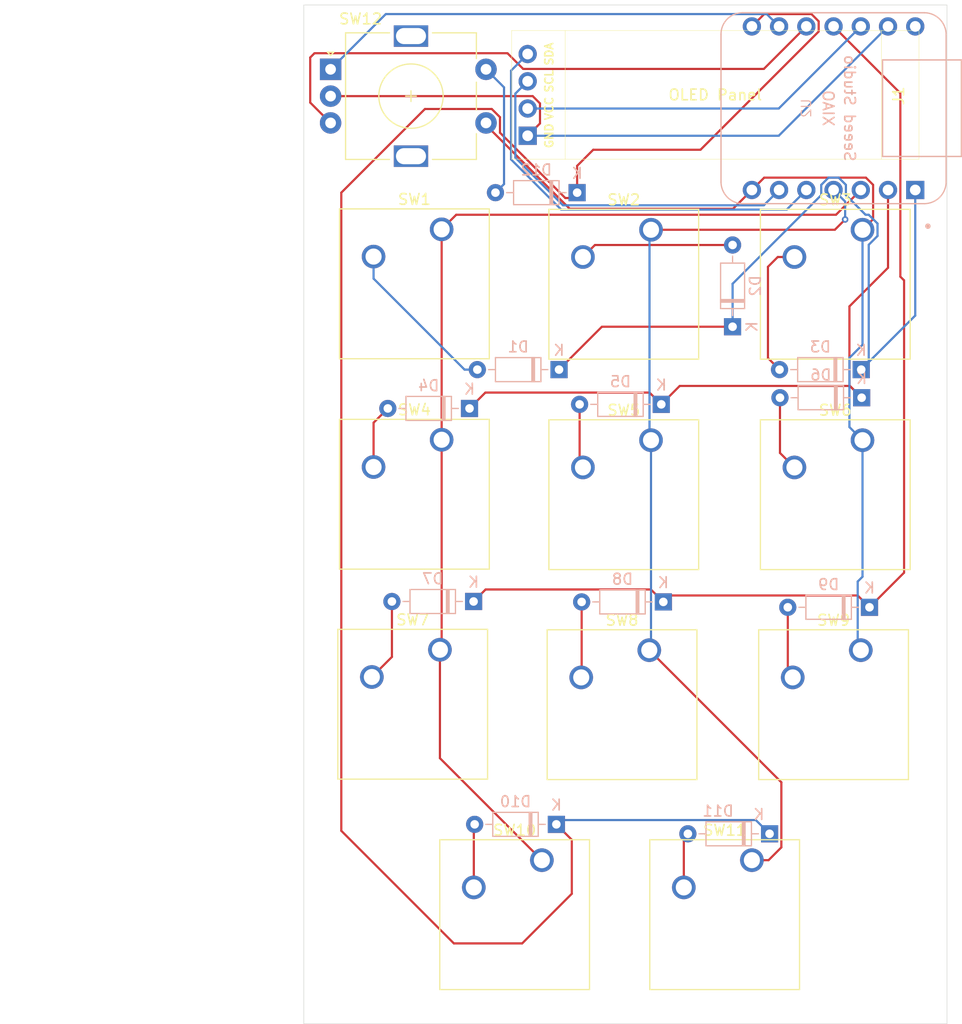
<source format=kicad_pcb>
(kicad_pcb (version 20240108) (generator "pcbnew") (generator_version "8.0")
  (layers (0 "F.Cu" signal) (31 "B.Cu" signal) (34 "B.Paste" user) (35 "F.Paste" user) (36 "B.SilkS" user "B.Silkscreen") (37 "F.SilkS" user "F.Silkscreen") (38 "B.Mask" user) (39 "F.Mask" user) (44 "Edge.Cuts" user))
  (net 0 "")
  (net 1 "Col2")
  (net 2 "Net-(D1-A)")
  (net 3 "Row2")
  (net 4 "Col0")
  (net 5 "Net-(D2-A)")
  (net 6 "Net-(D3-A)")
  (net 7 "Net-(D4-A)")
  (net 8 "Net-(D5-A)")
  (net 9 "Net-(D6-A)")
  (net 10 "Net-(D7-A)")
  (net 11 "Net-(D8-A)")
  (net 12 "Net-(D9-A)")
  (net 13 "Net-(D10-A)")
  (net 14 "Net-(D11-A)")
  (net 15 "SDA")
  (net 16 "SCL")
  (net 17 "+3.3V")
  (net 18 "GND")
  (net 19 "Net-(D12-A)")
  (net 20 "Col1")
  (net 21 "ENC2")
  (net 22 "ENC1")
  (net 23 "+5V")
  (net 24 "Row0")
  (net 25 "Row1")
  (net 26 "Row3")
  (footprint "Button_Switch_Keyboard:SW_Cherry_MX_1.00u_PCB" (layer "F.Cu") (at 171.96 100.16)
    (property "Reference" "SW9" (at -2.54 -2.794 0) (layer "F.SilkS"))
    (property "Value" "SW_Push")
    (fp_line (start -9.525 -1.905) (end 4.445 -1.905) (stroke (width 0.12)) (layer "F.SilkS"))
    (fp_line (start -9.525 12.065) (end -9.525 -1.905) (stroke (width 0.12)) (layer "F.SilkS"))
    (fp_line (start 4.445 -1.905) (end 4.445 12.065) (stroke (width 0.12)) (layer "F.SilkS"))
    (fp_line (start 4.445 12.065) (end -9.525 12.065) (stroke (width 0.12)) (layer "F.SilkS"))
    (pad "" np_thru_hole circle (at -7.62 5.08) (size 1.7 1.7) (drill 1.7) (layers "*.Cu" "*.Mask"))
    (pad "" np_thru_hole circle (at -2.54 5.08) (size 4 4) (drill 4) (layers "*.Cu" "*.Mask"))
    (pad "" np_thru_hole circle (at 2.54 5.08) (size 1.7 1.7) (drill 1.7) (layers "*.Cu" "*.Mask"))
    (pad "1" thru_hole circle (at 0 0) (size 2.2 2.2) (drill 1.5) (layers "*.Cu" "*.Mask") (net 1 "Col2"))
    (pad "2" thru_hole circle (at -6.35 2.54) (size 2.2 2.2) (drill 1.5) (layers "*.Cu" "*.Mask") (net 12 "Net-(D9-A)"))
  )
  (footprint "KiCad-SSD1306-0.91-OLED-4pin-128x32.pretty-master:SSD1306-0.91-OLED-4pin-128x32" (layer "F.Cu") (at 177.385 54.385 180)
    (property "Reference" "J1" (at 1.9 5.91 90) (layer "F.SilkS"))
    (property "Value" "OLED")
    (fp_line (start 38 12) (end 38 0) (stroke (width 0.04)) (layer "F.SilkS"))
    (fp_line (start 38 0) (end 0 0) (stroke (width 0.04)) (layer "F.SilkS"))
    (fp_line (start 33 0) (end 33 12) (stroke (width 0.04)) (layer "F.SilkS"))
    (fp_line (start 3.5 0) (end 3.5 12) (stroke (width 0.04)) (layer "F.SilkS"))
    (fp_line (start 0 12) (end 38 12) (stroke (width 0.04)) (layer "F.SilkS"))
    (fp_line (start 0 0) (end 0 12) (stroke (width 0.04)) (layer "F.SilkS"))
    (fp_text user "SCL" (at 34.5 7.27 90) (layer "F.SilkS") (effects (font (size 0.75 0.75))))
    (fp_text user "VCC" (at 34.5 4.73 90) (layer "F.SilkS") (effects (font (size 0.75 0.75))))
    (fp_text user "GND" (at 34.5 2.19 90) (layer "F.SilkS") (effects (font (size 0.75 0.75))))
    (fp_text user "OLED Panel" (at 19 6 0) (layer "F.SilkS"))
    (fp_text user "SDA" (at 34.5 9.81 90) (layer "F.SilkS") (effects (font (size 0.75 0.75))))
    (pad "1" thru_hole rect (at 36.5 2.19 180) (size 1.7 1.7) (drill 1) (layers "*.Cu" "*.Mask") (net 18 "GND"))
    (pad "2" thru_hole oval (at 36.5 4.73 180) (size 1.7 1.7) (drill 1) (layers "*.Cu" "*.Mask") (net 17 "+3.3V"))
    (pad "3" thru_hole oval (at 36.5 7.27 180) (size 1.7 1.7) (drill 1) (layers "*.Cu" "*.Mask") (net 16 "SCL"))
    (pad "4" thru_hole oval (at 36.5 9.81 180) (size 1.7 1.7) (drill 1) (layers "*.Cu" "*.Mask") (net 15 "SDA"))
  )
  (footprint "Button_Switch_Keyboard:SW_Cherry_MX_1.00u_PCB" (layer "F.Cu") (at 172.12 80.58)
    (property "Reference" "SW6" (at -2.54 -2.794 0) (layer "F.SilkS"))
    (property "Value" "SW_Push")
    (fp_line (start -9.525 -1.905) (end 4.445 -1.905) (stroke (width 0.12)) (layer "F.SilkS"))
    (fp_line (start -9.525 12.065) (end -9.525 -1.905) (stroke (width 0.12)) (layer "F.SilkS"))
    (fp_line (start 4.445 -1.905) (end 4.445 12.065) (stroke (width 0.12)) (layer "F.SilkS"))
    (fp_line (start 4.445 12.065) (end -9.525 12.065) (stroke (width 0.12)) (layer "F.SilkS"))
    (pad "" np_thru_hole circle (at -7.62 5.08) (size 1.7 1.7) (drill 1.7) (layers "*.Cu" "*.Mask"))
    (pad "" np_thru_hole circle (at -2.54 5.08) (size 4 4) (drill 4) (layers "*.Cu" "*.Mask"))
    (pad "" np_thru_hole circle (at 2.54 5.08) (size 1.7 1.7) (drill 1.7) (layers "*.Cu" "*.Mask"))
    (pad "1" thru_hole circle (at 0 0) (size 2.2 2.2) (drill 1.5) (layers "*.Cu" "*.Mask") (net 1 "Col2"))
    (pad "2" thru_hole circle (at -6.35 2.54) (size 2.2 2.2) (drill 1.5) (layers "*.Cu" "*.Mask") (net 9 "Net-(D6-A)"))
  )
  (footprint "Button_Switch_Keyboard:SW_Cherry_MX_1.00u_PCB" (layer "F.Cu") (at 152.39 80.58)
    (property "Reference" "SW5" (at -2.54 -2.794 0) (layer "F.SilkS"))
    (property "Value" "SW_Push")
    (fp_line (start -9.525 -1.905) (end 4.445 -1.905) (stroke (width 0.12)) (layer "F.SilkS"))
    (fp_line (start -9.525 12.065) (end -9.525 -1.905) (stroke (width 0.12)) (layer "F.SilkS"))
    (fp_line (start 4.445 -1.905) (end 4.445 12.065) (stroke (width 0.12)) (layer "F.SilkS"))
    (fp_line (start 4.445 12.065) (end -9.525 12.065) (stroke (width 0.12)) (layer "F.SilkS"))
    (pad "" np_thru_hole circle (at -7.62 5.08) (size 1.7 1.7) (drill 1.7) (layers "*.Cu" "*.Mask"))
    (pad "" np_thru_hole circle (at -2.54 5.08) (size 4 4) (drill 4) (layers "*.Cu" "*.Mask"))
    (pad "" np_thru_hole circle (at 2.54 5.08) (size 1.7 1.7) (drill 1.7) (layers "*.Cu" "*.Mask"))
    (pad "1" thru_hole circle (at 0 0) (size 2.2 2.2) (drill 1.5) (layers "*.Cu" "*.Mask") (net 20 "Col1"))
    (pad "2" thru_hole circle (at -6.35 2.54) (size 2.2 2.2) (drill 1.5) (layers "*.Cu" "*.Mask") (net 8 "Net-(D5-A)"))
  )
  (footprint "Button_Switch_Keyboard:SW_Cherry_MX_1.00u_PCB" (layer "F.Cu") (at 142.21 119.74)
    (property "Reference" "SW10" (at -2.54 -2.794 0) (layer "F.SilkS"))
    (property "Value" "SW_Push")
    (fp_line (start -9.525 -1.905) (end 4.445 -1.905) (stroke (width 0.12)) (layer "F.SilkS"))
    (fp_line (start -9.525 12.065) (end -9.525 -1.905) (stroke (width 0.12)) (layer "F.SilkS"))
    (fp_line (start 4.445 -1.905) (end 4.445 12.065) (stroke (width 0.12)) (layer "F.SilkS"))
    (fp_line (start 4.445 12.065) (end -9.525 12.065) (stroke (width 0.12)) (layer "F.SilkS"))
    (pad "" np_thru_hole circle (at -7.62 5.08) (size 1.7 1.7) (drill 1.7) (layers "*.Cu" "*.Mask"))
    (pad "" np_thru_hole circle (at -2.54 5.08) (size 4 4) (drill 4) (layers "*.Cu" "*.Mask"))
    (pad "" np_thru_hole circle (at 2.54 5.08) (size 1.7 1.7) (drill 1.7) (layers "*.Cu" "*.Mask"))
    (pad "1" thru_hole circle (at 0 0) (size 2.2 2.2) (drill 1.5) (layers "*.Cu" "*.Mask") (net 4 "Col0"))
    (pad "2" thru_hole circle (at -6.35 2.54) (size 2.2 2.2) (drill 1.5) (layers "*.Cu" "*.Mask") (net 13 "Net-(D10-A)"))
  )
  (footprint "Button_Switch_Keyboard:SW_Cherry_MX_1.00u_PCB" (layer "F.Cu") (at 132.86 80.54)
    (property "Reference" "SW4" (at -2.54 -2.794 0) (layer "F.SilkS"))
    (property "Value" "SW_Push")
    (fp_line (start -9.525 -1.905) (end 4.445 -1.905) (stroke (width 0.12)) (layer "F.SilkS"))
    (fp_line (start -9.525 12.065) (end -9.525 -1.905) (stroke (width 0.12)) (layer "F.SilkS"))
    (fp_line (start 4.445 -1.905) (end 4.445 12.065) (stroke (width 0.12)) (layer "F.SilkS"))
    (fp_line (start 4.445 12.065) (end -9.525 12.065) (stroke (width 0.12)) (layer "F.SilkS"))
    (pad "" np_thru_hole circle (at -7.62 5.08) (size 1.7 1.7) (drill 1.7) (layers "*.Cu" "*.Mask"))
    (pad "" np_thru_hole circle (at -2.54 5.08) (size 4 4) (drill 4) (layers "*.Cu" "*.Mask"))
    (pad "" np_thru_hole circle (at 2.54 5.08) (size 1.7 1.7) (drill 1.7) (layers "*.Cu" "*.Mask"))
    (pad "1" thru_hole circle (at 0 0) (size 2.2 2.2) (drill 1.5) (layers "*.Cu" "*.Mask") (net 4 "Col0"))
    (pad "2" thru_hole circle (at -6.35 2.54) (size 2.2 2.2) (drill 1.5) (layers "*.Cu" "*.Mask") (net 7 "Net-(D4-A)"))
  )
  (footprint "Button_Switch_Keyboard:SW_Cherry_MX_1.00u_PCB" (layer "F.Cu") (at 172.12 60.96)
    (property "Reference" "SW3" (at -2.54 -2.794 0) (layer "F.SilkS"))
    (property "Value" "SW_Push")
    (fp_line (start -9.525 -1.905) (end 4.445 -1.905) (stroke (width 0.12)) (layer "F.SilkS"))
    (fp_line (start -9.525 12.065) (end -9.525 -1.905) (stroke (width 0.12)) (layer "F.SilkS"))
    (fp_line (start 4.445 -1.905) (end 4.445 12.065) (stroke (width 0.12)) (layer "F.SilkS"))
    (fp_line (start 4.445 12.065) (end -9.525 12.065) (stroke (width 0.12)) (layer "F.SilkS"))
    (pad "" np_thru_hole circle (at -7.62 5.08) (size 1.7 1.7) (drill 1.7) (layers "*.Cu" "*.Mask"))
    (pad "" np_thru_hole circle (at -2.54 5.08) (size 4 4) (drill 4) (layers "*.Cu" "*.Mask"))
    (pad "" np_thru_hole circle (at 2.54 5.08) (size 1.7 1.7) (drill 1.7) (layers "*.Cu" "*.Mask"))
    (pad "1" thru_hole circle (at 0 0) (size 2.2 2.2) (drill 1.5) (layers "*.Cu" "*.Mask") (net 1 "Col2"))
    (pad "2" thru_hole circle (at -6.35 2.54) (size 2.2 2.2) (drill 1.5) (layers "*.Cu" "*.Mask") (net 6 "Net-(D3-A)"))
  )
  (footprint "Button_Switch_Keyboard:SW_Cherry_MX_1.00u_PCB" (layer "F.Cu") (at 132.86 60.92)
    (property "Reference" "SW1" (at -2.54 -2.794 0) (layer "F.SilkS"))
    (property "Value" "SW_Push")
    (fp_line (start -9.525 -1.905) (end 4.445 -1.905) (stroke (width 0.12)) (layer "F.SilkS"))
    (fp_line (start -9.525 12.065) (end -9.525 -1.905) (stroke (width 0.12)) (layer "F.SilkS"))
    (fp_line (start 4.445 -1.905) (end 4.445 12.065) (stroke (width 0.12)) (layer "F.SilkS"))
    (fp_line (start 4.445 12.065) (end -9.525 12.065) (stroke (width 0.12)) (layer "F.SilkS"))
    (pad "" np_thru_hole circle (at -7.62 5.08) (size 1.7 1.7) (drill 1.7) (layers "*.Cu" "*.Mask"))
    (pad "" np_thru_hole circle (at -2.54 5.08) (size 4 4) (drill 4) (layers "*.Cu" "*.Mask"))
    (pad "" np_thru_hole circle (at 2.54 5.08) (size 1.7 1.7) (drill 1.7) (layers "*.Cu" "*.Mask"))
    (pad "1" thru_hole circle (at 0 0) (size 2.2 2.2) (drill 1.5) (layers "*.Cu" "*.Mask") (net 4 "Col0"))
    (pad "2" thru_hole circle (at -6.35 2.54) (size 2.2 2.2) (drill 1.5) (layers "*.Cu" "*.Mask") (net 2 "Net-(D1-A)"))
  )
  (footprint "Button_Switch_Keyboard:SW_Cherry_MX_1.00u_PCB" (layer "F.Cu") (at 132.7 100.12)
    (property "Reference" "SW7" (at -2.54 -2.794 0) (layer "F.SilkS"))
    (property "Value" "SW_Push")
    (fp_line (start -9.525 -1.905) (end 4.445 -1.905) (stroke (width 0.12)) (layer "F.SilkS"))
    (fp_line (start -9.525 12.065) (end -9.525 -1.905) (stroke (width 0.12)) (layer "F.SilkS"))
    (fp_line (start 4.445 -1.905) (end 4.445 12.065) (stroke (width 0.12)) (layer "F.SilkS"))
    (fp_line (start 4.445 12.065) (end -9.525 12.065) (stroke (width 0.12)) (layer "F.SilkS"))
    (pad "" np_thru_hole circle (at -7.62 5.08) (size 1.7 1.7) (drill 1.7) (layers "*.Cu" "*.Mask"))
    (pad "" np_thru_hole circle (at -2.54 5.08) (size 4 4) (drill 4) (layers "*.Cu" "*.Mask"))
    (pad "" np_thru_hole circle (at 2.54 5.08) (size 1.7 1.7) (drill 1.7) (layers "*.Cu" "*.Mask"))
    (pad "1" thru_hole circle (at 0 0) (size 2.2 2.2) (drill 1.5) (layers "*.Cu" "*.Mask") (net 4 "Col0"))
    (pad "2" thru_hole circle (at -6.35 2.54) (size 2.2 2.2) (drill 1.5) (layers "*.Cu" "*.Mask") (net 10 "Net-(D7-A)"))
  )
  (footprint "Button_Switch_Keyboard:SW_Cherry_MX_1.00u_PCB" (layer "F.Cu") (at 152.39 60.96)
    (property "Reference" "SW2" (at -2.54 -2.794 0) (layer "F.SilkS"))
    (property "Value" "SW_Push")
    (fp_line (start -9.525 -1.905) (end 4.445 -1.905) (stroke (width 0.12)) (layer "F.SilkS"))
    (fp_line (start -9.525 12.065) (end -9.525 -1.905) (stroke (width 0.12)) (layer "F.SilkS"))
    (fp_line (start 4.445 -1.905) (end 4.445 12.065) (stroke (width 0.12)) (layer "F.SilkS"))
    (fp_line (start 4.445 12.065) (end -9.525 12.065) (stroke (width 0.12)) (layer "F.SilkS"))
    (pad "" np_thru_hole circle (at -7.62 5.08) (size 1.7 1.7) (drill 1.7) (layers "*.Cu" "*.Mask"))
    (pad "" np_thru_hole circle (at -2.54 5.08) (size 4 4) (drill 4) (layers "*.Cu" "*.Mask"))
    (pad "" np_thru_hole circle (at 2.54 5.08) (size 1.7 1.7) (drill 1.7) (layers "*.Cu" "*.Mask"))
    (pad "1" thru_hole circle (at 0 0) (size 2.2 2.2) (drill 1.5) (layers "*.Cu" "*.Mask") (net 20 "Col1"))
    (pad "2" thru_hole circle (at -6.35 2.54) (size 2.2 2.2) (drill 1.5) (layers "*.Cu" "*.Mask") (net 5 "Net-(D2-A)"))
  )
  (footprint "Button_Switch_Keyboard:SW_Cherry_MX_1.00u_PCB" (layer "F.Cu") (at 152.23 100.16)
    (property "Reference" "SW8" (at -2.54 -2.794 0) (layer "F.SilkS"))
    (property "Value" "SW_Push")
    (fp_line (start -9.525 -1.905) (end 4.445 -1.905) (stroke (width 0.12)) (layer "F.SilkS"))
    (fp_line (start -9.525 12.065) (end -9.525 -1.905) (stroke (width 0.12)) (layer "F.SilkS"))
    (fp_line (start 4.445 -1.905) (end 4.445 12.065) (stroke (width 0.12)) (layer "F.SilkS"))
    (fp_line (start 4.445 12.065) (end -9.525 12.065) (stroke (width 0.12)) (layer "F.SilkS"))
    (pad "" np_thru_hole circle (at -7.62 5.08) (size 1.7 1.7) (drill 1.7) (layers "*.Cu" "*.Mask"))
    (pad "" np_thru_hole circle (at -2.54 5.08) (size 4 4) (drill 4) (layers "*.Cu" "*.Mask"))
    (pad "" np_thru_hole circle (at 2.54 5.08) (size 1.7 1.7) (drill 1.7) (layers "*.Cu" "*.Mask"))
    (pad "1" thru_hole circle (at 0 0) (size 2.2 2.2) (drill 1.5) (layers "*.Cu" "*.Mask") (net 20 "Col1"))
    (pad "2" thru_hole circle (at -6.35 2.54) (size 2.2 2.2) (drill 1.5) (layers "*.Cu" "*.Mask") (net 11 "Net-(D8-A)"))
  )
  (footprint "Rotary_Encoder:RotaryEncoder_Alps_EC11E-Switch_Vertical_H20mm" (layer "F.Cu") (at 122.5 46)
    (property "Reference" "SW12" (at 2.8 -4.7 0) (layer "F.SilkS"))
    (property "Value" "RotaryEncoder_Switch")
    (fp_line (start -0.3 -1.6) (end 0.3 -1.6) (stroke (width 0.12)) (layer "F.SilkS"))
    (fp_line (start 0 -1.3) (end -0.3 -1.6) (stroke (width 0.12)) (layer "F.SilkS"))
    (fp_line (start 0.3 -1.6) (end 0 -1.3) (stroke (width 0.12)) (layer "F.SilkS"))
    (fp_line (start 1.4 -3.4) (end 1.4 8.4) (stroke (width 0.12)) (layer "F.SilkS"))
    (fp_line (start 5.5 -3.4) (end 1.4 -3.4) (stroke (width 0.12)) (layer "F.SilkS"))
    (fp_line (start 5.5 8.4) (end 1.4 8.4) (stroke (width 0.12)) (layer "F.SilkS"))
    (fp_line (start 7 2.5) (end 8 2.5) (stroke (width 0.12)) (layer "F.SilkS"))
    (fp_line (start 7.5 2) (end 7.5 3) (stroke (width 0.12)) (layer "F.SilkS"))
    (fp_line (start 9.5 -3.4) (end 13.6 -3.4) (stroke (width 0.12)) (layer "F.SilkS"))
    (fp_line (start 13.6 -3.4) (end 13.6 -1) (stroke (width 0.12)) (layer "F.SilkS"))
    (fp_line (start 13.6 1.2) (end 13.6 3.8) (stroke (width 0.12)) (layer "F.SilkS"))
    (fp_line (start 13.6 6) (end 13.6 8.4) (stroke (width 0.12)) (layer "F.SilkS"))
    (fp_line (start 13.6 8.4) (end 9.5 8.4) (stroke (width 0.12)) (layer "F.SilkS"))
    (fp_circle (center 7.5 2.5) (end 10.5 2.5) (stroke (width 0.12)) (fill none) (layer "F.SilkS"))
    (pad "A" thru_hole rect (at 0 0) (size 2 2) (drill 1) (layers "*.Cu" "*.Mask") (net 22 "ENC1"))
    (pad "B" thru_hole circle (at 0 5) (size 2 2) (drill 1) (layers "*.Cu" "*.Mask") (net 21 "ENC2"))
    (pad "C" thru_hole circle (at 0 2.5) (size 2 2) (drill 1) (layers "*.Cu" "*.Mask") (net 18 "GND"))
    (pad "MP" thru_hole rect (at 7.5 -3.1) (size 3.2 2) (drill oval 2.8 1.5) (layers "*.Cu" "*.Mask"))
    (pad "MP" thru_hole rect (at 7.5 8.1) (size 3.2 2) (drill oval 2.8 1.5) (layers "*.Cu" "*.Mask"))
    (pad "S1" thru_hole circle (at 14.5 5) (size 2 2) (drill 1) (layers "*.Cu" "*.Mask") (net 1 "Col2"))
    (pad "S2" thru_hole circle (at 14.5 0) (size 2 2) (drill 1) (layers "*.Cu" "*.Mask") (net 19 "Net-(D12-A)"))
  )
  (footprint "Button_Switch_Keyboard:SW_Cherry_MX_1.00u_PCB" (layer "F.Cu") (at 161.8 119.74)
    (property "Reference" "SW11" (at -2.54 -2.794 0) (layer "F.SilkS"))
    (property "Value" "SW_Push")
    (fp_line (start -9.525 -1.905) (end 4.445 -1.905) (stroke (width 0.12)) (layer "F.SilkS"))
    (fp_line (start -9.525 12.065) (end -9.525 -1.905) (stroke (width 0.12)) (layer "F.SilkS"))
    (fp_line (start 4.445 -1.905) (end 4.445 12.065) (stroke (width 0.12)) (layer "F.SilkS"))
    (fp_line (start 4.445 12.065) (end -9.525 12.065) (stroke (width 0.12)) (layer "F.SilkS"))
    (pad "" np_thru_hole circle (at -7.62 5.08) (size 1.7 1.7) (drill 1.7) (layers "*.Cu" "*.Mask"))
    (pad "" np_thru_hole circle (at -2.54 5.08) (size 4 4) (drill 4) (layers "*.Cu" "*.Mask"))
    (pad "" np_thru_hole circle (at 2.54 5.08) (size 1.7 1.7) (drill 1.7) (layers "*.Cu" "*.Mask"))
    (pad "1" thru_hole circle (at 0 0) (size 2.2 2.2) (drill 1.5) (layers "*.Cu" "*.Mask") (net 20 "Col1"))
    (pad "2" thru_hole circle (at -6.35 2.54) (size 2.2 2.2) (drill 1.5) (layers "*.Cu" "*.Mask") (net 14 "Net-(D11-A)"))
  )
  (footprint "Diode_THT:D_DO-35_SOD27_P7.62mm_Horizontal" (layer "B.Cu") (at 153.54 95.66 180)
    (property "Reference" "D8" (at 3.81 2.12 0) (layer "B.SilkS") (effects (justify mirror)))
    (property "Value" "D")
    (fp_line (start 5.93 1.12) (end 5.93 -1.12) (stroke (width 0.12)) (layer "B.SilkS"))
    (fp_line (start 5.93 0) (end 6.58 0) (stroke (width 0.12)) (layer "B.SilkS"))
    (fp_line (start 5.93 -1.12) (end 1.69 -1.12) (stroke (width 0.12)) (layer "B.SilkS"))
    (fp_line (start 2.53 -1.12) (end 2.53 1.12) (stroke (width 0.12)) (layer "B.SilkS"))
    (fp_line (start 2.41 -1.12) (end 2.41 1.12) (stroke (width 0.12)) (layer "B.SilkS"))
    (fp_line (start 2.29 -1.12) (end 2.29 1.12) (stroke (width 0.12)) (layer "B.SilkS"))
    (fp_line (start 1.69 1.12) (end 5.93 1.12) (stroke (width 0.12)) (layer "B.SilkS"))
    (fp_line (start 1.69 0) (end 1.04 0) (stroke (width 0.12)) (layer "B.SilkS"))
    (fp_line (start 1.69 -1.12) (end 1.69 1.12) (stroke (width 0.12)) (layer "B.SilkS"))
    (fp_text user "K" (at 0 1.8 0) (layer "B.SilkS") (effects (justify mirror)))
    (pad "1" thru_hole rect (at 0 0 180) (size 1.6 1.6) (drill 0.8) (layers "*.Cu" "*.Mask") (net 3 "Row2"))
    (pad "2" thru_hole oval (at 7.62 0 180) (size 1.6 1.6) (drill 0.8) (layers "*.Cu" "*.Mask") (net 11 "Net-(D8-A)"))
  )
  (footprint "Diode_THT:D_DO-35_SOD27_P7.62mm_Horizontal" (layer "B.Cu") (at 172.04 76.62 180)
    (property "Reference" "D6" (at 3.81 2.12 0) (layer "B.SilkS") (effects (justify mirror)))
    (property "Value" "D")
    (fp_line (start 5.93 1.12) (end 5.93 -1.12) (stroke (width 0.12)) (layer "B.SilkS"))
    (fp_line (start 5.93 0) (end 6.58 0) (stroke (width 0.12)) (layer "B.SilkS"))
    (fp_line (start 5.93 -1.12) (end 1.69 -1.12) (stroke (width 0.12)) (layer "B.SilkS"))
    (fp_line (start 2.53 -1.12) (end 2.53 1.12) (stroke (width 0.12)) (layer "B.SilkS"))
    (fp_line (start 2.41 -1.12) (end 2.41 1.12) (stroke (width 0.12)) (layer "B.SilkS"))
    (fp_line (start 2.29 -1.12) (end 2.29 1.12) (stroke (width 0.12)) (layer "B.SilkS"))
    (fp_line (start 1.69 1.12) (end 5.93 1.12) (stroke (width 0.12)) (layer "B.SilkS"))
    (fp_line (start 1.69 0) (end 1.04 0) (stroke (width 0.12)) (layer "B.SilkS"))
    (fp_line (start 1.69 -1.12) (end 1.69 1.12) (stroke (width 0.12)) (layer "B.SilkS"))
    (fp_text user "K" (at 0 1.8 0) (layer "B.SilkS") (effects (justify mirror)))
    (pad "1" thru_hole rect (at 0 0 180) (size 1.6 1.6) (drill 0.8) (layers "*.Cu" "*.Mask") (net 25 "Row1"))
    (pad "2" thru_hole oval (at 7.62 0 180) (size 1.6 1.6) (drill 0.8) (layers "*.Cu" "*.Mask") (net 9 "Net-(D6-A)"))
  )
  (footprint "Diode_THT:D_DO-35_SOD27_P7.62mm_Horizontal" (layer "B.Cu") (at 172 74 180)
    (property "Reference" "D3" (at 3.81 2.12 0) (layer "B.SilkS") (effects (justify mirror)))
    (property "Value" "D")
    (fp_line (start 5.93 1.12) (end 5.93 -1.12) (stroke (width 0.12)) (layer "B.SilkS"))
    (fp_line (start 5.93 0) (end 6.58 0) (stroke (width 0.12)) (layer "B.SilkS"))
    (fp_line (start 5.93 -1.12) (end 1.69 -1.12) (stroke (width 0.12)) (layer "B.SilkS"))
    (fp_line (start 2.53 -1.12) (end 2.53 1.12) (stroke (width 0.12)) (layer "B.SilkS"))
    (fp_line (start 2.41 -1.12) (end 2.41 1.12) (stroke (width 0.12)) (layer "B.SilkS"))
    (fp_line (start 2.29 -1.12) (end 2.29 1.12) (stroke (width 0.12)) (layer "B.SilkS"))
    (fp_line (start 1.69 1.12) (end 5.93 1.12) (stroke (width 0.12)) (layer "B.SilkS"))
    (fp_line (start 1.69 0) (end 1.04 0) (stroke (width 0.12)) (layer "B.SilkS"))
    (fp_line (start 1.69 -1.12) (end 1.69 1.12) (stroke (width 0.12)) (layer "B.SilkS"))
    (fp_text user "K" (at 0 1.8 0) (layer "B.SilkS") (effects (justify mirror)))
    (pad "1" thru_hole rect (at 0 0 180) (size 1.6 1.6) (drill 0.8) (layers "*.Cu" "*.Mask") (net 24 "Row0"))
    (pad "2" thru_hole oval (at 7.62 0 180) (size 1.6 1.6) (drill 0.8) (layers "*.Cu" "*.Mask") (net 6 "Net-(D3-A)"))
  )
  (footprint "Diode_THT:D_DO-35_SOD27_P7.62mm_Horizontal" (layer "B.Cu") (at 160 70 90)
    (property "Reference" "D2" (at 3.81 2.12 90) (layer "B.SilkS") (effects (justify mirror)))
    (property "Value" "D")
    (fp_line (start 5.93 -1.12) (end 1.69 -1.12) (stroke (width 0.12)) (layer "B.SilkS"))
    (fp_line (start 2.53 -1.12) (end 2.53 1.12) (stroke (width 0.12)) (layer "B.SilkS"))
    (fp_line (start 2.41 -1.12) (end 2.41 1.12) (stroke (width 0.12)) (layer "B.SilkS"))
    (fp_line (start 2.29 -1.12) (end 2.29 1.12) (stroke (width 0.12)) (layer "B.SilkS"))
    (fp_line (start 1.69 -1.12) (end 1.69 1.12) (stroke (width 0.12)) (layer "B.SilkS"))
    (fp_line (start 5.93 0) (end 6.58 0) (stroke (width 0.12)) (layer "B.SilkS"))
    (fp_line (start 1.69 0) (end 1.04 0) (stroke (width 0.12)) (layer "B.SilkS"))
    (fp_line (start 5.93 1.12) (end 5.93 -1.12) (stroke (width 0.12)) (layer "B.SilkS"))
    (fp_line (start 1.69 1.12) (end 5.93 1.12) (stroke (width 0.12)) (layer "B.SilkS"))
    (fp_text user "K" (at 0 1.8 90) (layer "B.SilkS") (effects (justify mirror)))
    (pad "1" thru_hole rect (at 0 0 90) (size 1.6 1.6) (drill 0.8) (layers "*.Cu" "*.Mask") (net 24 "Row0"))
    (pad "2" thru_hole oval (at 7.62 0 90) (size 1.6 1.6) (drill 0.8) (layers "*.Cu" "*.Mask") (net 5 "Net-(D2-A)"))
  )
  (footprint "Diode_THT:D_DO-35_SOD27_P7.62mm_Horizontal" (layer "B.Cu") (at 135.84 95.62 180)
    (property "Reference" "D7" (at 3.81 2.12 0) (layer "B.SilkS") (effects (justify mirror)))
    (property "Value" "D")
    (fp_line (start 5.93 1.12) (end 5.93 -1.12) (stroke (width 0.12)) (layer "B.SilkS"))
    (fp_line (start 5.93 0) (end 6.58 0) (stroke (width 0.12)) (layer "B.SilkS"))
    (fp_line (start 5.93 -1.12) (end 1.69 -1.12) (stroke (width 0.12)) (layer "B.SilkS"))
    (fp_line (start 2.53 -1.12) (end 2.53 1.12) (stroke (width 0.12)) (layer "B.SilkS"))
    (fp_line (start 2.41 -1.12) (end 2.41 1.12) (stroke (width 0.12)) (layer "B.SilkS"))
    (fp_line (start 2.29 -1.12) (end 2.29 1.12) (stroke (width 0.12)) (layer "B.SilkS"))
    (fp_line (start 1.69 1.12) (end 5.93 1.12) (stroke (width 0.12)) (layer "B.SilkS"))
    (fp_line (start 1.69 0) (end 1.04 0) (stroke (width 0.12)) (layer "B.SilkS"))
    (fp_line (start 1.69 -1.12) (end 1.69 1.12) (stroke (width 0.12)) (layer "B.SilkS"))
    (fp_text user "K" (at 0 1.8 0) (layer "B.SilkS") (effects (justify mirror)))
    (pad "1" thru_hole rect (at 0 0 180) (size 1.6 1.6) (drill 0.8) (layers "*.Cu" "*.Mask") (net 3 "Row2"))
    (pad "2" thru_hole oval (at 7.62 0 180) (size 1.6 1.6) (drill 0.8) (layers "*.Cu" "*.Mask") (net 10 "Net-(D7-A)"))
  )
  (footprint "Seeed Studio XIAO Series Library:XIAO-Generic-Thruhole-14P-2.54-21X17.8MM" (layer "B.Cu") (at 169.42 49.625 90)
    (property "Reference" "U2" (at 0 -2.54 90) (layer "B.SilkS") (effects (font (size 0.889 0.889) (thickness 0.1016)) (justify mirror)))
    (property "Value" "MOUDLE-SEEEDUINO-XIAO" (hide yes))
    (fp_line (start 6.9 -10.5) (end -6.9 -10.5) (stroke (width 0.127)) (layer "B.SilkS"))
    (fp_line (start -8.9 -8.5) (end -8.9 8.5) (stroke (width 0.127)) (layer "B.SilkS"))
    (fp_line (start 4.5 4.57073) (end 4.5 11.92403) (stroke (width 0.127)) (layer "B.SilkS"))
    (fp_line (start -4.5 4.57073) (end 4.5 4.57073) (stroke (width 0.127)) (layer "B.SilkS"))
    (fp_line (start 8.9 8.5) (end 8.9 -8.5) (stroke (width 0.127)) (layer "B.SilkS"))
    (fp_line (start -6.9 10.49909) (end 6.9 10.49909) (stroke (width 0.127)) (layer "B.SilkS"))
    (fp_line (start 4.5 11.92403) (end -4.5 11.92403) (stroke (width 0.127)) (layer "B.SilkS"))
    (fp_line (start -4.5 11.92403) (end -4.5 4.57073) (stroke (width 0.127)) (layer "B.SilkS"))
    (fp_arc (start 6.9 -10.5) (mid 8.314214 -9.914214) (end 8.9 -8.5) (stroke (width 0.12)) (layer "B.SilkS"))
    (fp_arc (start -8.9 -8.5) (mid -8.301423 -9.901423) (end -6.9 -10.5) (stroke (width 0.12)) (layer "B.SilkS"))
    (fp_arc (start 8.9 8.5) (mid 8.301494 9.901494) (end 6.9 10.5) (stroke (width 0.12)) (layer "B.SilkS"))
    (fp_arc (start -6.9 10.5) (mid -8.301491 9.901491) (end -8.9 8.5) (stroke (width 0.12)) (layer "B.SilkS"))
    (fp_circle (center -11 8.8) (end -11 9.054) (fill solid) (layer "B.SilkS"))
    (fp_poly (pts (xy -8.887715 8.561705) (xy -8.884667 8.610473) (xy -8.880603 8.659494)) (stroke (width 0.0254)) (fill none) (layer "B.SilkS"))
    (fp_poly (pts (xy 8.889492 -8.521574) (xy 8.887713 -8.57085) (xy 8.884665 -8.619618) (xy 8.880601 -8.668639) (xy 8.875268 -8.717407) (xy 8.868664 -8.766175) (xy 8.861044 -8.81469) (xy 8.852153 -8.86295) (xy 8.842248 -8.910955)) (stroke (width 0.0254)) (fill none) (layer "B.SilkS"))
    (fp_text user "Seeed Studio" (at 0 1.5 -90) (layer "B.SilkS") (effects (justify mirror)))
    (fp_text user "XIAO" (at 0 -0.5 -90) (layer "B.SilkS") (effects (justify mirror)))
    (pad "1" thru_hole rect (at -7.625 7.62 90) (size 1.7 1.7) (drill 1) (layers "*.Cu" "*.Mask") (net 24 "Row0"))
    (pad "2" thru_hole circle (at -7.625 5.08 90) (size 1.7 1.7) (drill 1) (layers "*.Cu" "*.Mask") (net 25 "Row1"))
    (pad "3" thru_hole circle (at -7.625 2.54 90) (size 1.7 1.7) (drill 1) (layers "*.Cu" "*.Mask") (net 4 "Col0"))
    (pad "4" thru_hole circle (at -7.625 0 90) (size 1.7 1.7) (drill 1) (layers "*.Cu" "*.Mask") (net 20 "Col1"))
    (pad "5" thru_hole circle (at -7.625 -2.54 90) (size 1.7 1.7) (drill 1) (layers "*.Cu" "*.Mask") (net 15 "SDA"))
    (pad "6" thru_hole circle (at -7.625 -5.08 270) (size 1.7 1.7) (drill 1) (layers "*.Cu" "*.Mask") (net 16 "SCL"))
    (pad "7" thru_hole circle (at -7.625 -7.62 90) (size 1.7 1.7) (drill 1) (layers "*.Cu" "*.Mask") (net 1 "Col2"))
    (pad "8" thru_hole circle (at 7.625 -7.62 90) (size 1.7 1.7) (drill 1) (layers "*.Cu" "*.Mask") (net 26 "Row3"))
    (pad "9" thru_hole circle (at 7.625 -5.08 90) (size 1.7 1.7) (drill 1) (layers "*.Cu" "*.Mask") (net 22 "ENC1"))
    (pad "10" thru_hole circle (at 7.625 -2.54 90) (size 1.7 1.7) (drill 1) (layers "*.Cu" "*.Mask") (net 21 "ENC2"))
    (pad "11" thru_hole circle (at 7.625 0 90) (size 1.7 1.7) (drill 1) (layers "*.Cu" "*.Mask") (net 3 "Row2"))
    (pad "12" thru_hole circle (at 7.625 2.54 90) (size 1.7 1.7) (drill 1) (layers "*.Cu" "*.Mask") (net 17 "+3.3V"))
    (pad "13" thru_hole circle (at 7.625 5.08 90) (size 1.7 1.7) (drill 1) (layers "*.Cu" "*.Mask") (net 18 "GND"))
    (pad "14" thru_hole circle (at 7.625 7.62 90) (size 1.7 1.7) (drill 1) (layers "*.Cu" "*.Mask") (net 23 "+5V"))
  )
  (footprint "Diode_THT:D_DO-35_SOD27_P7.62mm_Horizontal" (layer "B.Cu") (at 143.56 116.4 180)
    (property "Reference" "D10" (at 3.81 2.12 0) (layer "B.SilkS") (effects (justify mirror)))
    (property "Value" "D")
    (fp_line (start 5.93 1.12) (end 5.93 -1.12) (stroke (width 0.12)) (layer "B.SilkS"))
    (fp_line (start 5.93 0) (end 6.58 0) (stroke (width 0.12)) (layer "B.SilkS"))
    (fp_line (start 5.93 -1.12) (end 1.69 -1.12) (stroke (width 0.12)) (layer "B.SilkS"))
    (fp_line (start 2.53 -1.12) (end 2.53 1.12) (stroke (width 0.12)) (layer "B.SilkS"))
    (fp_line (start 2.41 -1.12) (end 2.41 1.12) (stroke (width 0.12)) (layer "B.SilkS"))
    (fp_line (start 2.29 -1.12) (end 2.29 1.12) (stroke (width 0.12)) (layer "B.SilkS"))
    (fp_line (start 1.69 1.12) (end 5.93 1.12) (stroke (width 0.12)) (layer "B.SilkS"))
    (fp_line (start 1.69 0) (end 1.04 0) (stroke (width 0.12)) (layer "B.SilkS"))
    (fp_line (start 1.69 -1.12) (end 1.69 1.12) (stroke (width 0.12)) (layer "B.SilkS"))
    (fp_text user "K" (at 0 1.8 0) (layer "B.SilkS") (effects (justify mirror)))
    (pad "1" thru_hole rect (at 0 0 180) (size 1.6 1.6) (drill 0.8) (layers "*.Cu" "*.Mask") (net 26 "Row3"))
    (pad "2" thru_hole oval (at 7.62 0 180) (size 1.6 1.6) (drill 0.8) (layers "*.Cu" "*.Mask") (net 13 "Net-(D10-A)"))
  )
  (footprint "Diode_THT:D_DO-35_SOD27_P7.62mm_Horizontal" (layer "B.Cu") (at 143.81 74 180)
    (property "Reference" "D1" (at 3.81 2.12 0) (layer "B.SilkS") (effects (justify mirror)))
    (property "Value" "D")
    (fp_line (start 5.93 1.12) (end 5.93 -1.12) (stroke (width 0.12)) (layer "B.SilkS"))
    (fp_line (start 5.93 0) (end 6.58 0) (stroke (width 0.12)) (layer "B.SilkS"))
    (fp_line (start 5.93 -1.12) (end 1.69 -1.12) (stroke (width 0.12)) (layer "B.SilkS"))
    (fp_line (start 2.53 -1.12) (end 2.53 1.12) (stroke (width 0.12)) (layer "B.SilkS"))
    (fp_line (start 2.41 -1.12) (end 2.41 1.12) (stroke (width 0.12)) (layer "B.SilkS"))
    (fp_line (start 2.29 -1.12) (end 2.29 1.12) (stroke (width 0.12)) (layer "B.SilkS"))
    (fp_line (start 1.69 1.12) (end 5.93 1.12) (stroke (width 0.12)) (layer "B.SilkS"))
    (fp_line (start 1.69 0) (end 1.04 0) (stroke (width 0.12)) (layer "B.SilkS"))
    (fp_line (start 1.69 -1.12) (end 1.69 1.12) (stroke (width 0.12)) (layer "B.SilkS"))
    (fp_text user "K" (at 0 1.8 0) (layer "B.SilkS") (effects (justify mirror)))
    (pad "1" thru_hole rect (at 0 0 180) (size 1.6 1.6) (drill 0.8) (layers "*.Cu" "*.Mask") (net 24 "Row0"))
    (pad "2" thru_hole oval (at 7.62 0 180) (size 1.6 1.6) (drill 0.8) (layers "*.Cu" "*.Mask") (net 2 "Net-(D1-A)"))
  )
  (footprint "Diode_THT:D_DO-35_SOD27_P7.62mm_Horizontal" (layer "B.Cu") (at 153.35 77.24 180)
    (property "Reference" "D5" (at 3.81 2.12 0) (layer "B.SilkS") (effects (justify mirror)))
    (property "Value" "D")
    (fp_line (start 5.93 1.12) (end 5.93 -1.12) (stroke (width 0.12)) (layer "B.SilkS"))
    (fp_line (start 5.93 0) (end 6.58 0) (stroke (width 0.12)) (layer "B.SilkS"))
    (fp_line (start 5.93 -1.12) (end 1.69 -1.12) (stroke (width 0.12)) (layer "B.SilkS"))
    (fp_line (start 2.53 -1.12) (end 2.53 1.12) (stroke (width 0.12)) (layer "B.SilkS"))
    (fp_line (start 2.41 -1.12) (end 2.41 1.12) (stroke (width 0.12)) (layer "B.SilkS"))
    (fp_line (start 2.29 -1.12) (end 2.29 1.12) (stroke (width 0.12)) (layer "B.SilkS"))
    (fp_line (start 1.69 1.12) (end 5.93 1.12) (stroke (width 0.12)) (layer "B.SilkS"))
    (fp_line (start 1.69 0) (end 1.04 0) (stroke (width 0.12)) (layer "B.SilkS"))
    (fp_line (start 1.69 -1.12) (end 1.69 1.12) (stroke (width 0.12)) (layer "B.SilkS"))
    (fp_text user "K" (at 0 1.8 0) (layer "B.SilkS") (effects (justify mirror)))
    (pad "1" thru_hole rect (at 0 0 180) (size 1.6 1.6) (drill 0.8) (layers "*.Cu" "*.Mask") (net 25 "Row1"))
    (pad "2" thru_hole oval (at 7.62 0 180) (size 1.6 1.6) (drill 0.8) (layers "*.Cu" "*.Mask") (net 8 "Net-(D5-A)"))
  )
  (footprint "Diode_THT:D_DO-35_SOD27_P7.62mm_Horizontal" (layer "B.Cu") (at 163.45 117.28 180)
    (property "Reference" "D11" (at 4.81 2.12 0) (layer "B.SilkS") (effects (justify mirror)))
    (property "Value" "D")
    (fp_line (start 5.93 1.12) (end 5.93 -1.12) (stroke (width 0.12)) (layer "B.SilkS"))
    (fp_line (start 5.93 0) (end 6.58 0) (stroke (width 0.12)) (layer "B.SilkS"))
    (fp_line (start 5.93 -1.12) (end 1.69 -1.12) (stroke (width 0.12)) (layer "B.SilkS"))
    (fp_line (start 2.53 -1.12) (end 2.53 1.12) (stroke (width 0.12)) (layer "B.SilkS"))
    (fp_line (start 2.41 -1.12) (end 2.41 1.12) (stroke (width 0.12)) (layer "B.SilkS"))
    (fp_line (start 2.29 -1.12) (end 2.29 1.12) (stroke (width 0.12)) (layer "B.SilkS"))
    (fp_line (start 1.69 1.12) (end 5.93 1.12) (stroke (width 0.12)) (layer "B.SilkS"))
    (fp_line (start 1.69 0) (end 1.04 0) (stroke (width 0.12)) (layer "B.SilkS"))
    (fp_line (start 1.69 -1.12) (end 1.69 1.12) (stroke (width 0.12)) (layer "B.SilkS"))
    (fp_text user "K" (at 1 1.8 0) (layer "B.SilkS") (effects (justify mirror)))
    (pad "1" thru_hole rect (at 0 0 180) (size 1.6 1.6) (drill 0.8) (layers "*.Cu" "*.Mask") (net 26 "Row3"))
    (pad "2" thru_hole oval (at 7.62 0 180) (size 1.6 1.6) (drill 0.8) (layers "*.Cu" "*.Mask") (net 14 "Net-(D11-A)"))
  )
  (footprint "Diode_THT:D_DO-35_SOD27_P7.62mm_Horizontal" (layer "B.Cu") (at 145.5 57.5 180)
    (property "Reference" "D12" (at 3.81 2.12 0) (layer "B.SilkS") (effects (justify mirror)))
    (property "Value" "D")
    (fp_line (start 5.93 1.12) (end 5.93 -1.12) (stroke (width 0.12)) (layer "B.SilkS"))
    (fp_line (start 5.93 0) (end 6.58 0) (stroke (width 0.12)) (layer "B.SilkS"))
    (fp_line (start 5.93 -1.12) (end 1.69 -1.12) (stroke (width 0.12)) (layer "B.SilkS"))
    (fp_line (start 2.53 -1.12) (end 2.53 1.12) (stroke (width 0.12)) (layer "B.SilkS"))
    (fp_line (start 2.41 -1.12) (end 2.41 1.12) (stroke (width 0.12)) (layer "B.SilkS"))
    (fp_line (start 2.29 -1.12) (end 2.29 1.12) (stroke (width 0.12)) (layer "B.SilkS"))
    (fp_line (start 1.69 1.12) (end 5.93 1.12) (stroke (width 0.12)) (layer "B.SilkS"))
    (fp_line (start 1.69 0) (end 1.04 0) (stroke (width 0.12)) (layer "B.SilkS"))
    (fp_line (start 1.69 -1.12) (end 1.69 1.12) (stroke (width 0.12)) (layer "B.SilkS"))
    (fp_text user "K" (at 0 1.8 0) (layer "B.SilkS") (effects (justify mirror)))
    (pad "1" thru_hole rect (at 0 0 180) (size 1.6 1.6) (drill 0.8) (layers "*.Cu" "*.Mask") (net 26 "Row3"))
    (pad "2" thru_hole oval (at 7.62 0 180) (size 1.6 1.6) (drill 0.8) (layers "*.Cu" "*.Mask") (net 19 "Net-(D12-A)"))
  )
  (footprint "Diode_THT:D_DO-35_SOD27_P7.62mm_Horizontal" (layer "B.Cu") (at 172.77 96.16 180)
    (property "Reference" "D9" (at 3.81 2.12 0) (layer "B.SilkS") (effects (justify mirror)))
    (property "Value" "D")
    (fp_line (start 5.93 1.12) (end 5.93 -1.12) (stroke (width 0.12)) (layer "B.SilkS"))
    (fp_line (start 5.93 0) (end 6.58 0) (stroke (width 0.12)) (layer "B.SilkS"))
    (fp_line (start 5.93 -1.12) (end 1.69 -1.12) (stroke (width 0.12)) (layer "B.SilkS"))
    (fp_line (start 2.53 -1.12) (end 2.53 1.12) (stroke (width 0.12)) (layer "B.SilkS"))
    (fp_line (start 2.41 -1.12) (end 2.41 1.12) (stroke (width 0.12)) (layer "B.SilkS"))
    (fp_line (start 2.29 -1.12) (end 2.29 1.12) (stroke (width 0.12)) (layer "B.SilkS"))
    (fp_line (start 1.69 1.12) (end 5.93 1.12) (stroke (width 0.12)) (layer "B.SilkS"))
    (fp_line (start 1.69 0) (end 1.04 0) (stroke (width 0.12)) (layer "B.SilkS"))
    (fp_line (start 1.69 -1.12) (end 1.69 1.12) (stroke (width 0.12)) (layer "B.SilkS"))
    (fp_text user "K" (at 0 1.8 0) (layer "B.SilkS") (effects (justify mirror)))
    (pad "1" thru_hole rect (at 0 0 180) (size 1.6 1.6) (drill 0.8) (layers "*.Cu" "*.Mask") (net 3 "Row2"))
    (pad "2" thru_hole oval (at 7.62 0 180) (size 1.6 1.6) (drill 0.8) (layers "*.Cu" "*.Mask") (net 12 "Net-(D9-A)"))
  )
  (footprint "Diode_THT:D_DO-35_SOD27_P7.62mm_Horizontal" (layer "B.Cu") (at 135.46 77.62 180)
    (property "Reference" "D4" (at 3.81 2.12 0) (layer "B.SilkS") (effects (justify mirror)))
    (property "Value" "D")
    (fp_line (start 5.93 1.12) (end 5.93 -1.12) (stroke (width 0.12)) (layer "B.SilkS"))
    (fp_line (start 5.93 0) (end 6.58 0) (stroke (width 0.12)) (layer "B.SilkS"))
    (fp_line (start 5.93 -1.12) (end 1.69 -1.12) (stroke (width 0.12)) (layer "B.SilkS"))
    (fp_line (start 2.53 -1.12) (end 2.53 1.12) (stroke (width 0.12)) (layer "B.SilkS"))
    (fp_line (start 2.41 -1.12) (end 2.41 1.12) (stroke (width 0.12)) (layer "B.SilkS"))
    (fp_line (start 2.29 -1.12) (end 2.29 1.12) (stroke (width 0.12)) (layer "B.SilkS"))
    (fp_line (start 1.69 1.12) (end 5.93 1.12) (stroke (width 0.12)) (layer "B.SilkS"))
    (fp_line (start 1.69 0) (end 1.04 0) (stroke (width 0.12)) (layer "B.SilkS"))
    (fp_line (start 1.69 -1.12) (end 1.69 1.12) (stroke (width 0.12)) (layer "B.SilkS"))
    (fp_text user "K" (at 0 1.8 0) (layer "B.SilkS") (effects (justify mirror)))
    (pad "1" thru_hole rect (at 0 0 180) (size 1.6 1.6) (drill 0.8) (layers "*.Cu" "*.Mask") (net 25 "Row1"))
    (pad "2" thru_hole oval (at 7.62 0 180) (size 1.6 1.6) (drill 0.8) (layers "*.Cu" "*.Mask") (net 7 "Net-(D4-A)"))
  )
  (gr_rect (start 120 40) (end 180 135) (stroke (width 0.05)) (fill none) (layer "Edge.Cuts"))
  (segment (start 173.11 59.97) (end 172.12 60.96) (width 0.2) (layer "F.Cu") (net 1))
  (segment (start 137 51.2) (end 144.8 59) (width 0.2) (layer "F.Cu") (net 1))
  (segment (start 137 51) (end 137 51.2) (width 0.2) (layer "F.Cu") (net 1))
  (segment (start 172.436346 56.1) (end 173.11 56.773654) (width 0.2) (layer "F.Cu") (net 1))
  (segment (start 144.8 59) (end 160.05 59) (width 0.2) (layer "F.Cu") (net 1))
  (segment (start 173.11 56.773654) (end 173.11 59.97) (width 0.2) (layer "F.Cu") (net 1))
  (segment (start 161.8 57.25) (end 162.95 56.1) (width 0.2) (layer "F.Cu") (net 1))
  (segment (start 160.05 59) (end 161.8 57.25) (width 0.2) (layer "F.Cu") (net 1))
  (segment (start 162.95 56.1) (end 172.436346 56.1) (width 0.2) (layer "F.Cu") (net 1))
  (segment (start 172.12 60.96) (end 172.12 71.68) (width 0.2) (layer "B.Cu") (net 1))
  (segment (start 170.9 72.9) (end 170.9 79.36) (width 0.2) (layer "B.Cu") (net 1))
  (segment (start 170.9 79.36) (end 172.12 80.58) (width 0.2) (layer "B.Cu") (net 1))
  (segment (start 171.67 99.87) (end 171.96 100.16) (width 0.2) (layer "B.Cu") (net 1))
  (segment (start 172.12 93.31) (end 171.67 93.76) (width 0.2) (layer "B.Cu") (net 1))
  (segment (start 171.67 93.76) (end 171.67 99.87) (width 0.2) (layer "B.Cu") (net 1))
  (segment (start 172.12 71.68) (end 170.9 72.9) (width 0.2) (layer "B.Cu") (net 1))
  (segment (start 172.12 80.58) (end 172.12 93.31) (width 0.2) (layer "B.Cu") (net 1))
  (segment (start 126.51 65.513402) (end 134.996598 74) (width 0.2) (layer "B.Cu") (net 2))
  (segment (start 126.51 63.46) (end 126.51 65.513402) (width 0.2) (layer "B.Cu") (net 2))
  (segment (start 134.996598 74) (end 136.19 74) (width 0.2) (layer "B.Cu") (net 2))
  (segment (start 175.65 48.23) (end 175.65 65.332944) (width 0.2) (layer "F.Cu") (net 3))
  (segment (start 152.38 94.5) (end 136.96 94.5) (width 0.2) (layer "F.Cu") (net 3))
  (segment (start 136.96 94.5) (end 135.84 95.62) (width 0.2) (layer "F.Cu") (net 3))
  (segment (start 169.42 42) (end 175.65 48.23) (width 0.2) (layer "F.Cu") (net 3))
  (segment (start 175.65 65.332944) (end 176 65.682944) (width 0.2) (layer "F.Cu") (net 3))
  (segment (start 171.67 95.06) (end 154.14 95.06) (width 0.2) (layer "F.Cu") (net 3))
  (segment (start 172.77 96.16) (end 171.67 95.06) (width 0.2) (layer "F.Cu") (net 3))
  (segment (start 154.14 95.06) (end 153.54 95.66) (width 0.2) (layer "F.Cu") (net 3))
  (segment (start 176 92.93) (end 172.77 96.16) (width 0.2) (layer "F.Cu") (net 3))
  (segment (start 176 65.682944) (end 176 92.93) (width 0.2) (layer "F.Cu") (net 3))
  (segment (start 153.54 95.66) (end 152.38 94.5) (width 0.2) (layer "F.Cu") (net 3))
  (segment (start 132.7 100.12) (end 132.7 110.23) (width 0.2) (layer "F.Cu") (net 4))
  (segment (start 132.86 60.92) (end 134.22 59.56) (width 0.2) (layer "F.Cu") (net 4))
  (segment (start 132.86 80.54) (end 132.86 99.96) (width 0.2) (layer "F.Cu") (net 4))
  (segment (start 132.7 110.23) (end 142.21 119.74) (width 0.2) (layer "F.Cu") (net 4))
  (segment (start 169.65 59.56) (end 171.96 57.25) (width 0.2) (layer "F.Cu") (net 4))
  (segment (start 132.86 99.96) (end 132.7 100.12) (width 0.2) (layer "F.Cu") (net 4))
  (segment (start 132.86 60.92) (end 132.86 80.54) (width 0.2) (layer "F.Cu") (net 4))
  (segment (start 134.22 59.56) (end 169.65 59.56) (width 0.2) (layer "F.Cu") (net 4))
  (segment (start 147.16 62.38) (end 146.04 63.5) (width 0.2) (layer "F.Cu") (net 5))
  (segment (start 160 62.38) (end 147.16 62.38) (width 0.2) (layer "F.Cu") (net 5))
  (segment (start 164.38 74) (end 163.3 72.92) (width 0.2) (layer "F.Cu") (net 6))
  (segment (start 163.3 64.414366) (end 164.214366 63.5) (width 0.2) (layer "F.Cu") (net 6))
  (segment (start 164.214366 63.5) (end 165.77 63.5) (width 0.2) (layer "F.Cu") (net 6))
  (segment (start 163.3 72.92) (end 163.3 64.414366) (width 0.2) (layer "F.Cu") (net 6))
  (segment (start 126.51 83.08) (end 126.51 78.95) (width 0.2) (layer "F.Cu") (net 7))
  (segment (start 126.51 78.95) (end 127.84 77.62) (width 0.2) (layer "F.Cu") (net 7))
  (segment (start 145.73 82.81) (end 146.04 83.12) (width 0.2) (layer "F.Cu") (net 8))
  (segment (start 145.73 77.24) (end 145.73 82.81) (width 0.2) (layer "F.Cu") (net 8))
  (segment (start 164.42 76.62) (end 164.42 81.77) (width 0.2) (layer "F.Cu") (net 9))
  (segment (start 164.42 81.77) (end 165.77 83.12) (width 0.2) (layer "F.Cu") (net 9))
  (segment (start 128.22 100.79) (end 126.35 102.66) (width 0.2) (layer "F.Cu") (net 10))
  (segment (start 128.22 95.62) (end 128.22 100.79) (width 0.2) (layer "F.Cu") (net 10))
  (segment (start 145.92 95.66) (end 145.92 102.66) (width 0.2) (layer "F.Cu") (net 11))
  (segment (start 145.92 102.66) (end 145.88 102.7) (width 0.2) (layer "F.Cu") (net 11))
  (segment (start 165.15 96.16) (end 165.15 102.24) (width 0.2) (layer "F.Cu") (net 12))
  (segment (start 165.15 102.24) (end 165.61 102.7) (width 0.2) (layer "F.Cu") (net 12))
  (segment (start 135.86 116.48) (end 135.94 116.4) (width 0.2) (layer "F.Cu") (net 13))
  (segment (start 135.86 122.28) (end 135.86 116.48) (width 0.2) (layer "F.Cu") (net 13))
  (segment (start 155.45 122.28) (end 155.45 117.66) (width 0.2) (layer "F.Cu") (net 14))
  (segment (start 155.45 117.66) (end 155.83 117.28) (width 0.2) (layer "F.Cu") (net 14))
  (segment (start 165.05 59.08) (end 144.014314 59.08) (width 0.2) (layer "B.Cu") (net 15))
  (segment (start 144.014314 59.08) (end 139.335 54.400686) (width 0.2) (layer "B.Cu") (net 15))
  (segment (start 139.335 54.400686) (end 139.335 46.125) (width 0.2) (layer "B.Cu") (net 15))
  (segment (start 139.335 46.125) (end 140.885 44.575) (width 0.2) (layer "B.Cu") (net 15))
  (segment (start 166.88 57.25) (end 165.05 59.08) (width 0.2) (layer "B.Cu") (net 15))
  (segment (start 162.91 58.68) (end 144.18 58.68) (width 0.2) (layer "B.Cu") (net 16))
  (segment (start 164.34 57.25) (end 162.91 58.68) (width 0.2) (layer "B.Cu") (net 16))
  (segment (start 139.735 54.235) (end 139.735 48.265) (width 0.2) (layer "B.Cu") (net 16))
  (segment (start 139.735 48.265) (end 140.885 47.115) (width 0.2) (layer "B.Cu") (net 16))
  (segment (start 144.18 58.68) (end 139.735 54.235) (width 0.2) (layer "B.Cu") (net 16))
  (segment (start 140.885 49.655) (end 164.305 49.655) (width 0.2) (layer "B.Cu") (net 17))
  (segment (start 164.305 49.655) (end 171.96 42) (width 0.2) (layer "B.Cu") (net 17))
  (segment (start 142.035 51.045) (end 140.885 52.195) (width 0.2) (layer "F.Cu") (net 18))
  (segment (start 141.356346 48.5) (end 142.035 49.178654) (width 0.2) (layer "F.Cu") (net 18))
  (segment (start 122.5 48.5) (end 141.356346 48.5) (width 0.2) (layer "F.Cu") (net 18))
  (segment (start 142.035 49.178654) (end 142.035 51.045) (width 0.2) (layer "F.Cu") (net 18))
  (segment (start 164.305 52.195) (end 140.885 52.195) (width 0.2) (layer "B.Cu") (net 18))
  (segment (start 174.5 42) (end 164.305 52.195) (width 0.2) (layer "B.Cu") (net 18))
  (segment (start 137 46) (end 138.679999 47.679999) (width 0.2) (layer "B.Cu") (net 19))
  (segment (start 138.679999 56.700001) (end 137.88 57.5) (width 0.2) (layer "B.Cu") (net 19))
  (segment (start 138.679999 47.679999) (end 138.679999 56.700001) (width 0.2) (layer "B.Cu") (net 19))
  (segment (start 152.39 60.96) (end 169.54 60.96) (width 0.2) (layer "F.Cu") (net 20))
  (segment (start 164.55 118.545634) (end 163.355634 119.74) (width 0.2) (layer "F.Cu") (net 20))
  (segment (start 164.55 112.48) (end 164.55 118.545634) (width 0.2) (layer "F.Cu") (net 20))
  (segment (start 169.54 60.96) (end 170.5 60) (width 0.2) (layer "F.Cu") (net 20))
  (segment (start 163.355634 119.74) (end 161.8 119.74) (width 0.2) (layer "F.Cu") (net 20))
  (segment (start 152.23 100.16) (end 164.55 112.48) (width 0.2) (layer "F.Cu") (net 20))
  (via (at 170.5 60) (size 0.6) (drill 0.3) (layers "F.Cu" "B.Cu") (net 20))
  (segment (start 152.39 60.96) (end 152.25 61.1) (width 0.2) (layer "B.Cu") (net 20))
  (segment (start 170.5 60) (end 170.5 58.33) (width 0.2) (layer "B.Cu") (net 20))
  (segment (start 152.39 100) (end 152.23 100.16) (width 0.2) (layer "B.Cu") (net 20))
  (segment (start 170.5 58.33) (end 169.42 57.25) (width 0.2) (layer "B.Cu") (net 20))
  (segment (start 152.39 80.58) (end 152.39 100) (width 0.2) (layer "B.Cu") (net 20))
  (segment (start 152.25 80.44) (end 152.39 80.58) (width 0.2) (layer "B.Cu") (net 20))
  (segment (start 152.25 61.1) (end 152.25 80.44) (width 0.2) (layer "B.Cu") (net 20))
  (segment (start 140.465 45.965) (end 162.915 45.965) (width 0.2) (layer "F.Cu") (net 21))
  (segment (start 122.5 51) (end 120.6 49.1) (width 0.2) (layer "F.Cu") (net 21))
  (segment (start 139 44.5) (end 140.465 45.965) (width 0.2) (layer "F.Cu") (net 21))
  (segment (start 162.915 45.965) (end 166.88 42) (width 0.2) (layer "F.Cu") (net 21))
  (segment (start 120.6 49.1) (end 120.6 44.9) (width 0.2) (layer "F.Cu") (net 21))
  (segment (start 120.6 44.9) (end 121 44.5) (width 0.2) (layer "F.Cu") (net 21))
  (segment (start 121 44.5) (end 139 44.5) (width 0.2) (layer "F.Cu") (net 21))
  (segment (start 122.5 46) (end 127.65 40.85) (width 0.2) (layer "B.Cu") (net 22))
  (segment (start 163.19 40.85) (end 164.34 42) (width 0.2) (layer "B.Cu") (net 22))
  (segment (start 127.65 40.85) (end 163.19 40.85) (width 0.2) (layer "B.Cu") (net 22))
  (segment (start 160 70) (end 147.81 70) (width 0.2) (layer "F.Cu") (net 24))
  (segment (start 147.81 70) (end 143.81 74) (width 0.2) (layer "F.Cu") (net 24))
  (segment (start 168.27 56.773654) (end 168.943654 56.1) (width 0.2) (layer "B.Cu") (net 24))
  (segment (start 168.27 57.726346) (end 168.27 56.773654) (width 0.2) (layer "B.Cu") (net 24))
  (segment (start 160 70) (end 160 65.996346) (width 0.2) (layer "B.Cu") (net 24))
  (segment (start 170.57 56.773654) (end 170.57 57.726346) (width 0.2) (layer "B.Cu") (net 24))
  (segment (start 168.943654 56.1) (end 169.896346 56.1) (width 0.2) (layer "B.Cu") (net 24))
  (segment (start 160 65.996346) (end 168.27 57.726346) (width 0.2) (layer "B.Cu") (net 24))
  (segment (start 173.52 61.539899) (end 172.699899 62.36) (width 0.2) (layer "B.Cu") (net 24))
  (segment (start 172.403654 59.56) (end 172.699899 59.56) (width 0.2) (layer "B.Cu") (net 24))
  (segment (start 172 74) (end 177.04 68.96) (width 0.2) (layer "B.Cu") (net 24))
  (segment (start 169.896346 56.1) (end 170.57 56.773654) (width 0.2) (layer "B.Cu") (net 24))
  (segment (start 172.699899 59.56) (end 173.52 60.380101) (width 0.2) (layer "B.Cu") (net 24))
  (segment (start 172.699899 62.36) (end 172.699899 73.300101) (width 0.2) (layer "B.Cu") (net 24))
  (segment (start 177.04 68.96) (end 177.04 57.25) (width 0.2) (layer "B.Cu") (net 24))
  (segment (start 173.52 60.380101) (end 173.52 61.539899) (width 0.2) (layer "B.Cu") (net 24))
  (segment (start 170.57 57.726346) (end 172.403654 59.56) (width 0.2) (layer "B.Cu") (net 24))
  (segment (start 172.699899 73.300101) (end 172 74) (width 0.2) (layer "B.Cu") (net 24))
  (segment (start 135.46 77.62) (end 136.94 76.14) (width 0.2) (layer "F.Cu") (net 25))
  (segment (start 155.07 75.52) (end 170.94 75.52) (width 0.2) (layer "F.Cu") (net 25))
  (segment (start 170.94 75.52) (end 172.04 76.62) (width 0.2) (layer "F.Cu") (net 25))
  (segment (start 170.9 68.102944) (end 170.9 75.48) (width 0.2) (layer "F.Cu") (net 25))
  (segment (start 174.5 57.25) (end 174.5 64.502944) (width 0.2) (layer "F.Cu") (net 25))
  (segment (start 136.94 76.14) (end 152.25 76.14) (width 0.2) (layer "F.Cu") (net 25))
  (segment (start 153.35 77.24) (end 155.07 75.52) (width 0.2) (layer "F.Cu") (net 25))
  (segment (start 152.25 76.14) (end 153.35 77.24) (width 0.2) (layer "F.Cu") (net 25))
  (segment (start 174.5 64.502944) (end 170.9 68.102944) (width 0.2) (layer "F.Cu") (net 25))
  (segment (start 170.9 75.48) (end 172.04 76.62) (width 0.2) (layer "F.Cu") (net 25))
  (segment (start 144.39 58) (end 138.3 51.91) (width 0.2) (layer "F.Cu") (net 26))
  (segment (start 123.5 117) (end 134 127.5) (width 0.2) (layer "F.Cu") (net 26))
  (segment (start 145.5 58) (end 144.39 58) (width 0.2) (layer "F.Cu") (net 26))
  (segment (start 168.03 42.476346) (end 157.006346 53.5) (width 0.2) (layer "F.Cu") (net 26))
  (segment (start 145 122.872944) (end 145 117.84) (width 0.2) (layer "F.Cu") (net 26))
  (segment (start 168.03 41.523654) (end 168.03 42.476346) (width 0.2) (layer "F.Cu") (net 26))
  (segment (start 140.372944 127.5) (end 145 122.872944) (width 0.2) (layer "F.Cu") (net 26))
  (segment (start 123.5 57.5) (end 123.5 117) (width 0.2) (layer "F.Cu") (net 26))
  (segment (start 145 117.84) (end 143.56 116.4) (width 0.2) (layer "F.Cu") (net 26))
  (segment (start 161.8 42) (end 162.95 40.85) (width 0.2) (layer "F.Cu") (net 26))
  (segment (start 134 127.5) (end 140.372944 127.5) (width 0.2) (layer "F.Cu") (net 26))
  (segment (start 138.3 50.461522) (end 137.538478 49.7) (width 0.2) (layer "F.Cu") (net 26))
  (segment (start 145.5 55) (end 145.5 58) (width 0.2) (layer "F.Cu") (net 26))
  (segment (start 147 53.5) (end 145.5 55) (width 0.2) (layer "F.Cu") (net 26))
  (segment (start 131.3 49.7) (end 123.5 57.5) (width 0.2) (layer "F.Cu") (net 26))
  (segment (start 138.3 51.91) (end 138.3 50.461522) (width 0.2) (layer "F.Cu") (net 26))
  (segment (start 167.356346 40.85) (end 168.03 41.523654) (width 0.2) (layer "F.Cu") (net 26))
  (segment (start 137.538478 49.7) (end 131.3 49.7) (width 0.2) (layer "F.Cu") (net 26))
  (segment (start 157.006346 53.5) (end 147 53.5) (width 0.2) (layer "F.Cu") (net 26))
  (segment (start 162.95 40.85) (end 167.356346 40.85) (width 0.2) (layer "F.Cu") (net 26))
  (segment (start 162.17 116) (end 143.96 116) (width 0.2) (layer "B.Cu") (net 26))
  (segment (start 143.96 116) (end 143.56 116.4) (width 0.2) (layer "B.Cu") (net 26))
  (segment (start 163.45 117.28) (end 162.17 116) (width 0.2) (layer "B.Cu") (net 26))
)
</source>
